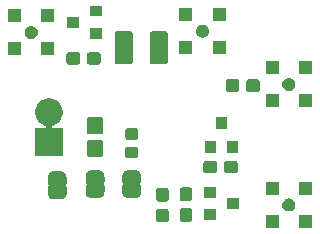
<source format=gts>
G04 #@! TF.GenerationSoftware,KiCad,Pcbnew,(5.1.5-0)*
G04 #@! TF.CreationDate,2022-02-21T13:17:38-07:00*
G04 #@! TF.ProjectId,diode_ref,64696f64-655f-4726-9566-2e6b69636164,rev?*
G04 #@! TF.SameCoordinates,Original*
G04 #@! TF.FileFunction,Soldermask,Top*
G04 #@! TF.FilePolarity,Negative*
%FSLAX46Y46*%
G04 Gerber Fmt 4.6, Leading zero omitted, Abs format (unit mm)*
G04 Created by KiCad (PCBNEW (5.1.5-0)) date 2022-02-21 13:17:38*
%MOMM*%
%LPD*%
G04 APERTURE LIST*
%ADD10C,0.100000*%
G04 APERTURE END LIST*
D10*
G36*
X138751000Y-80551000D02*
G01*
X137649000Y-80551000D01*
X137649000Y-79449000D01*
X138751000Y-79449000D01*
X138751000Y-80551000D01*
G37*
G36*
X135951000Y-80551000D02*
G01*
X134849000Y-80551000D01*
X134849000Y-79449000D01*
X135951000Y-79449000D01*
X135951000Y-80551000D01*
G37*
G36*
X126464499Y-78928445D02*
G01*
X126501995Y-78939820D01*
X126536554Y-78958292D01*
X126566847Y-78983153D01*
X126591708Y-79013446D01*
X126610180Y-79048005D01*
X126621555Y-79085501D01*
X126626000Y-79130638D01*
X126626000Y-79869362D01*
X126621555Y-79914499D01*
X126610180Y-79951995D01*
X126591708Y-79986554D01*
X126566847Y-80016847D01*
X126536554Y-80041708D01*
X126501995Y-80060180D01*
X126464499Y-80071555D01*
X126419362Y-80076000D01*
X125780638Y-80076000D01*
X125735501Y-80071555D01*
X125698005Y-80060180D01*
X125663446Y-80041708D01*
X125633153Y-80016847D01*
X125608292Y-79986554D01*
X125589820Y-79951995D01*
X125578445Y-79914499D01*
X125574000Y-79869362D01*
X125574000Y-79130638D01*
X125578445Y-79085501D01*
X125589820Y-79048005D01*
X125608292Y-79013446D01*
X125633153Y-78983153D01*
X125663446Y-78958292D01*
X125698005Y-78939820D01*
X125735501Y-78928445D01*
X125780638Y-78924000D01*
X126419362Y-78924000D01*
X126464499Y-78928445D01*
G37*
G36*
X128464499Y-78878445D02*
G01*
X128501995Y-78889820D01*
X128536554Y-78908292D01*
X128566847Y-78933153D01*
X128591708Y-78963446D01*
X128610180Y-78998005D01*
X128621555Y-79035501D01*
X128626000Y-79080638D01*
X128626000Y-79819362D01*
X128621555Y-79864499D01*
X128610180Y-79901995D01*
X128591708Y-79936554D01*
X128566847Y-79966847D01*
X128536554Y-79991708D01*
X128501995Y-80010180D01*
X128464499Y-80021555D01*
X128419362Y-80026000D01*
X127780638Y-80026000D01*
X127735501Y-80021555D01*
X127698005Y-80010180D01*
X127663446Y-79991708D01*
X127633153Y-79966847D01*
X127608292Y-79936554D01*
X127589820Y-79901995D01*
X127578445Y-79864499D01*
X127574000Y-79819362D01*
X127574000Y-79080638D01*
X127578445Y-79035501D01*
X127589820Y-78998005D01*
X127608292Y-78963446D01*
X127633153Y-78933153D01*
X127663446Y-78908292D01*
X127698005Y-78889820D01*
X127735501Y-78878445D01*
X127780638Y-78874000D01*
X128419362Y-78874000D01*
X128464499Y-78878445D01*
G37*
G36*
X130601000Y-79901000D02*
G01*
X129599000Y-79901000D01*
X129599000Y-78999000D01*
X130601000Y-78999000D01*
X130601000Y-79901000D01*
G37*
G36*
X136960721Y-78070174D02*
G01*
X137060995Y-78111709D01*
X137105812Y-78141655D01*
X137151242Y-78172010D01*
X137227990Y-78248758D01*
X137242816Y-78270947D01*
X137288291Y-78339005D01*
X137329826Y-78439279D01*
X137351000Y-78545730D01*
X137351000Y-78654270D01*
X137329826Y-78760721D01*
X137288291Y-78860995D01*
X137288290Y-78860996D01*
X137227990Y-78951242D01*
X137151242Y-79027990D01*
X137140001Y-79035501D01*
X137060995Y-79088291D01*
X136960721Y-79129826D01*
X136854270Y-79151000D01*
X136745730Y-79151000D01*
X136639279Y-79129826D01*
X136539005Y-79088291D01*
X136459999Y-79035501D01*
X136448758Y-79027990D01*
X136372010Y-78951242D01*
X136311710Y-78860996D01*
X136311709Y-78860995D01*
X136270174Y-78760721D01*
X136249000Y-78654270D01*
X136249000Y-78545730D01*
X136270174Y-78439279D01*
X136311709Y-78339005D01*
X136357184Y-78270947D01*
X136372010Y-78248758D01*
X136448758Y-78172010D01*
X136494188Y-78141655D01*
X136539005Y-78111709D01*
X136639279Y-78070174D01*
X136745730Y-78049000D01*
X136854270Y-78049000D01*
X136960721Y-78070174D01*
G37*
G36*
X132601000Y-78951000D02*
G01*
X131599000Y-78951000D01*
X131599000Y-78049000D01*
X132601000Y-78049000D01*
X132601000Y-78951000D01*
G37*
G36*
X126464499Y-77178445D02*
G01*
X126501995Y-77189820D01*
X126536554Y-77208292D01*
X126566847Y-77233153D01*
X126591708Y-77263446D01*
X126610180Y-77298005D01*
X126621555Y-77335501D01*
X126626000Y-77380638D01*
X126626000Y-78119362D01*
X126621555Y-78164499D01*
X126610180Y-78201995D01*
X126591708Y-78236554D01*
X126566847Y-78266847D01*
X126536554Y-78291708D01*
X126501995Y-78310180D01*
X126464499Y-78321555D01*
X126419362Y-78326000D01*
X125780638Y-78326000D01*
X125735501Y-78321555D01*
X125698005Y-78310180D01*
X125663446Y-78291708D01*
X125633153Y-78266847D01*
X125608292Y-78236554D01*
X125589820Y-78201995D01*
X125578445Y-78164499D01*
X125574000Y-78119362D01*
X125574000Y-77380638D01*
X125578445Y-77335501D01*
X125589820Y-77298005D01*
X125608292Y-77263446D01*
X125633153Y-77233153D01*
X125663446Y-77208292D01*
X125698005Y-77189820D01*
X125735501Y-77178445D01*
X125780638Y-77174000D01*
X126419362Y-77174000D01*
X126464499Y-77178445D01*
G37*
G36*
X128464499Y-77128445D02*
G01*
X128501995Y-77139820D01*
X128536554Y-77158292D01*
X128566847Y-77183153D01*
X128591708Y-77213446D01*
X128610180Y-77248005D01*
X128621555Y-77285501D01*
X128626000Y-77330638D01*
X128626000Y-78069362D01*
X128621555Y-78114499D01*
X128610180Y-78151995D01*
X128591708Y-78186554D01*
X128566847Y-78216847D01*
X128536554Y-78241708D01*
X128501995Y-78260180D01*
X128464499Y-78271555D01*
X128419362Y-78276000D01*
X127780638Y-78276000D01*
X127735501Y-78271555D01*
X127698005Y-78260180D01*
X127663446Y-78241708D01*
X127633153Y-78216847D01*
X127608292Y-78186554D01*
X127589820Y-78151995D01*
X127578445Y-78114499D01*
X127574000Y-78069362D01*
X127574000Y-77330638D01*
X127578445Y-77285501D01*
X127589820Y-77248005D01*
X127608292Y-77213446D01*
X127633153Y-77183153D01*
X127663446Y-77158292D01*
X127698005Y-77139820D01*
X127735501Y-77128445D01*
X127780638Y-77124000D01*
X128419362Y-77124000D01*
X128464499Y-77128445D01*
G37*
G36*
X117462199Y-75749954D02*
G01*
X117474450Y-75750556D01*
X117492869Y-75750556D01*
X117515149Y-75752750D01*
X117599233Y-75769476D01*
X117620660Y-75775976D01*
X117699858Y-75808780D01*
X117705303Y-75811691D01*
X117705309Y-75811693D01*
X117714169Y-75816429D01*
X117714173Y-75816432D01*
X117719614Y-75819340D01*
X117790899Y-75866971D01*
X117808204Y-75881172D01*
X117868828Y-75941796D01*
X117883029Y-75959101D01*
X117930660Y-76030386D01*
X117933568Y-76035827D01*
X117933571Y-76035831D01*
X117938307Y-76044691D01*
X117938309Y-76044697D01*
X117941220Y-76050142D01*
X117974024Y-76129340D01*
X117980524Y-76150767D01*
X117997250Y-76234851D01*
X117999444Y-76257131D01*
X117999444Y-76275550D01*
X118000046Y-76287801D01*
X118001852Y-76306139D01*
X118001852Y-76793860D01*
X118000263Y-76809999D01*
X117997348Y-76819608D01*
X117992610Y-76828472D01*
X117986237Y-76836237D01*
X117973794Y-76846448D01*
X117963425Y-76853378D01*
X117946098Y-76870705D01*
X117932485Y-76891080D01*
X117923109Y-76913720D01*
X117918329Y-76937753D01*
X117918330Y-76962257D01*
X117923112Y-76986290D01*
X117932490Y-77008929D01*
X117946105Y-77029302D01*
X117963432Y-77046629D01*
X117973802Y-77053558D01*
X117986237Y-77063763D01*
X117992610Y-77071528D01*
X117997348Y-77080392D01*
X118000263Y-77090001D01*
X118001852Y-77106140D01*
X118001852Y-77593862D01*
X118000046Y-77612199D01*
X117999444Y-77624450D01*
X117999444Y-77642869D01*
X117997250Y-77665149D01*
X117980524Y-77749233D01*
X117974024Y-77770660D01*
X117941220Y-77849858D01*
X117938309Y-77855303D01*
X117938307Y-77855309D01*
X117933571Y-77864169D01*
X117933568Y-77864173D01*
X117930660Y-77869614D01*
X117883029Y-77940899D01*
X117868828Y-77958204D01*
X117808204Y-78018828D01*
X117790899Y-78033029D01*
X117719614Y-78080660D01*
X117714173Y-78083568D01*
X117714169Y-78083571D01*
X117705309Y-78088307D01*
X117705303Y-78088309D01*
X117699858Y-78091220D01*
X117620660Y-78124024D01*
X117599233Y-78130524D01*
X117515149Y-78147250D01*
X117492869Y-78149444D01*
X117474450Y-78149444D01*
X117462199Y-78150046D01*
X117443862Y-78151852D01*
X116956138Y-78151852D01*
X116937801Y-78150046D01*
X116925550Y-78149444D01*
X116907131Y-78149444D01*
X116884851Y-78147250D01*
X116800767Y-78130524D01*
X116779340Y-78124024D01*
X116700142Y-78091220D01*
X116694697Y-78088309D01*
X116694691Y-78088307D01*
X116685831Y-78083571D01*
X116685827Y-78083568D01*
X116680386Y-78080660D01*
X116609101Y-78033029D01*
X116591796Y-78018828D01*
X116531172Y-77958204D01*
X116516971Y-77940899D01*
X116469340Y-77869614D01*
X116466432Y-77864173D01*
X116466429Y-77864169D01*
X116461693Y-77855309D01*
X116461691Y-77855303D01*
X116458780Y-77849858D01*
X116425976Y-77770660D01*
X116419476Y-77749233D01*
X116402750Y-77665149D01*
X116400556Y-77642869D01*
X116400556Y-77624450D01*
X116399954Y-77612199D01*
X116398148Y-77593862D01*
X116398148Y-77106140D01*
X116399737Y-77090001D01*
X116402652Y-77080392D01*
X116407390Y-77071528D01*
X116413763Y-77063763D01*
X116426206Y-77053552D01*
X116436575Y-77046622D01*
X116453902Y-77029295D01*
X116467515Y-77008920D01*
X116476891Y-76986280D01*
X116481671Y-76962247D01*
X116481670Y-76937743D01*
X116476888Y-76913710D01*
X116467510Y-76891071D01*
X116453895Y-76870698D01*
X116436568Y-76853371D01*
X116426198Y-76846442D01*
X116413763Y-76836237D01*
X116407390Y-76828472D01*
X116402652Y-76819608D01*
X116399737Y-76809999D01*
X116398148Y-76793860D01*
X116398148Y-76306139D01*
X116399954Y-76287801D01*
X116400556Y-76275550D01*
X116400556Y-76257131D01*
X116402750Y-76234851D01*
X116419476Y-76150767D01*
X116425976Y-76129340D01*
X116458780Y-76050142D01*
X116461691Y-76044697D01*
X116461693Y-76044691D01*
X116466429Y-76035831D01*
X116466432Y-76035827D01*
X116469340Y-76030386D01*
X116516971Y-75959101D01*
X116531172Y-75941796D01*
X116591796Y-75881172D01*
X116609101Y-75866971D01*
X116680386Y-75819340D01*
X116685827Y-75816432D01*
X116685831Y-75816429D01*
X116694691Y-75811693D01*
X116694697Y-75811691D01*
X116700142Y-75808780D01*
X116779340Y-75775976D01*
X116800767Y-75769476D01*
X116884851Y-75752750D01*
X116907131Y-75750556D01*
X116925550Y-75750556D01*
X116937801Y-75749954D01*
X116956139Y-75748148D01*
X117443861Y-75748148D01*
X117462199Y-75749954D01*
G37*
G36*
X123762199Y-75649954D02*
G01*
X123774450Y-75650556D01*
X123792869Y-75650556D01*
X123815149Y-75652750D01*
X123899233Y-75669476D01*
X123920660Y-75675976D01*
X123999858Y-75708780D01*
X124005303Y-75711691D01*
X124005309Y-75711693D01*
X124014169Y-75716429D01*
X124014173Y-75716432D01*
X124019614Y-75719340D01*
X124090899Y-75766971D01*
X124108204Y-75781172D01*
X124168828Y-75841796D01*
X124183029Y-75859101D01*
X124230660Y-75930386D01*
X124233568Y-75935827D01*
X124233571Y-75935831D01*
X124238307Y-75944691D01*
X124238309Y-75944697D01*
X124241220Y-75950142D01*
X124274024Y-76029340D01*
X124280524Y-76050767D01*
X124297250Y-76134851D01*
X124299444Y-76157131D01*
X124299444Y-76175550D01*
X124300046Y-76187801D01*
X124301852Y-76206139D01*
X124301852Y-76693860D01*
X124300263Y-76709999D01*
X124297348Y-76719608D01*
X124292610Y-76728472D01*
X124286237Y-76736237D01*
X124273794Y-76746448D01*
X124263425Y-76753378D01*
X124246098Y-76770705D01*
X124232485Y-76791080D01*
X124223109Y-76813720D01*
X124218329Y-76837753D01*
X124218330Y-76862257D01*
X124223112Y-76886290D01*
X124232490Y-76908929D01*
X124246105Y-76929302D01*
X124263432Y-76946629D01*
X124273802Y-76953558D01*
X124286237Y-76963763D01*
X124292610Y-76971528D01*
X124297348Y-76980392D01*
X124300263Y-76990001D01*
X124301852Y-77006140D01*
X124301852Y-77493862D01*
X124300046Y-77512199D01*
X124299444Y-77524450D01*
X124299444Y-77542869D01*
X124297250Y-77565149D01*
X124280524Y-77649233D01*
X124274024Y-77670660D01*
X124241220Y-77749858D01*
X124238309Y-77755303D01*
X124238307Y-77755309D01*
X124233571Y-77764169D01*
X124233568Y-77764173D01*
X124230660Y-77769614D01*
X124183029Y-77840899D01*
X124168828Y-77858204D01*
X124108204Y-77918828D01*
X124090899Y-77933029D01*
X124019614Y-77980660D01*
X124014173Y-77983568D01*
X124014169Y-77983571D01*
X124005309Y-77988307D01*
X124005303Y-77988309D01*
X123999858Y-77991220D01*
X123920660Y-78024024D01*
X123899233Y-78030524D01*
X123815149Y-78047250D01*
X123792869Y-78049444D01*
X123774450Y-78049444D01*
X123762199Y-78050046D01*
X123743862Y-78051852D01*
X123256138Y-78051852D01*
X123237801Y-78050046D01*
X123225550Y-78049444D01*
X123207131Y-78049444D01*
X123184851Y-78047250D01*
X123100767Y-78030524D01*
X123079340Y-78024024D01*
X123000142Y-77991220D01*
X122994697Y-77988309D01*
X122994691Y-77988307D01*
X122985831Y-77983571D01*
X122985827Y-77983568D01*
X122980386Y-77980660D01*
X122909101Y-77933029D01*
X122891796Y-77918828D01*
X122831172Y-77858204D01*
X122816971Y-77840899D01*
X122769340Y-77769614D01*
X122766432Y-77764173D01*
X122766429Y-77764169D01*
X122761693Y-77755309D01*
X122761691Y-77755303D01*
X122758780Y-77749858D01*
X122725976Y-77670660D01*
X122719476Y-77649233D01*
X122702750Y-77565149D01*
X122700556Y-77542869D01*
X122700556Y-77524450D01*
X122699954Y-77512199D01*
X122698148Y-77493862D01*
X122698148Y-77006140D01*
X122699737Y-76990001D01*
X122702652Y-76980392D01*
X122707390Y-76971528D01*
X122713763Y-76963763D01*
X122726206Y-76953552D01*
X122736575Y-76946622D01*
X122753902Y-76929295D01*
X122767515Y-76908920D01*
X122776891Y-76886280D01*
X122781671Y-76862247D01*
X122781670Y-76837743D01*
X122776888Y-76813710D01*
X122767510Y-76791071D01*
X122753895Y-76770698D01*
X122736568Y-76753371D01*
X122726198Y-76746442D01*
X122713763Y-76736237D01*
X122707390Y-76728472D01*
X122702652Y-76719608D01*
X122699737Y-76709999D01*
X122698148Y-76693860D01*
X122698148Y-76206139D01*
X122699954Y-76187801D01*
X122700556Y-76175550D01*
X122700556Y-76157131D01*
X122702750Y-76134851D01*
X122719476Y-76050767D01*
X122725976Y-76029340D01*
X122758780Y-75950142D01*
X122761691Y-75944697D01*
X122761693Y-75944691D01*
X122766429Y-75935831D01*
X122766432Y-75935827D01*
X122769340Y-75930386D01*
X122816971Y-75859101D01*
X122831172Y-75841796D01*
X122891796Y-75781172D01*
X122909101Y-75766971D01*
X122980386Y-75719340D01*
X122985827Y-75716432D01*
X122985831Y-75716429D01*
X122994691Y-75711693D01*
X122994697Y-75711691D01*
X123000142Y-75708780D01*
X123079340Y-75675976D01*
X123100767Y-75669476D01*
X123184851Y-75652750D01*
X123207131Y-75650556D01*
X123225550Y-75650556D01*
X123237801Y-75649954D01*
X123256139Y-75648148D01*
X123743861Y-75648148D01*
X123762199Y-75649954D01*
G37*
G36*
X120662199Y-75649954D02*
G01*
X120674450Y-75650556D01*
X120692869Y-75650556D01*
X120715149Y-75652750D01*
X120799233Y-75669476D01*
X120820660Y-75675976D01*
X120899858Y-75708780D01*
X120905303Y-75711691D01*
X120905309Y-75711693D01*
X120914169Y-75716429D01*
X120914173Y-75716432D01*
X120919614Y-75719340D01*
X120990899Y-75766971D01*
X121008204Y-75781172D01*
X121068828Y-75841796D01*
X121083029Y-75859101D01*
X121130660Y-75930386D01*
X121133568Y-75935827D01*
X121133571Y-75935831D01*
X121138307Y-75944691D01*
X121138309Y-75944697D01*
X121141220Y-75950142D01*
X121174024Y-76029340D01*
X121180524Y-76050767D01*
X121197250Y-76134851D01*
X121199444Y-76157131D01*
X121199444Y-76175550D01*
X121200046Y-76187801D01*
X121201852Y-76206139D01*
X121201852Y-76693860D01*
X121200263Y-76709999D01*
X121197348Y-76719608D01*
X121192610Y-76728472D01*
X121186237Y-76736237D01*
X121173794Y-76746448D01*
X121163425Y-76753378D01*
X121146098Y-76770705D01*
X121132485Y-76791080D01*
X121123109Y-76813720D01*
X121118329Y-76837753D01*
X121118330Y-76862257D01*
X121123112Y-76886290D01*
X121132490Y-76908929D01*
X121146105Y-76929302D01*
X121163432Y-76946629D01*
X121173802Y-76953558D01*
X121186237Y-76963763D01*
X121192610Y-76971528D01*
X121197348Y-76980392D01*
X121200263Y-76990001D01*
X121201852Y-77006140D01*
X121201852Y-77493862D01*
X121200046Y-77512199D01*
X121199444Y-77524450D01*
X121199444Y-77542869D01*
X121197250Y-77565149D01*
X121180524Y-77649233D01*
X121174024Y-77670660D01*
X121141220Y-77749858D01*
X121138309Y-77755303D01*
X121138307Y-77755309D01*
X121133571Y-77764169D01*
X121133568Y-77764173D01*
X121130660Y-77769614D01*
X121083029Y-77840899D01*
X121068828Y-77858204D01*
X121008204Y-77918828D01*
X120990899Y-77933029D01*
X120919614Y-77980660D01*
X120914173Y-77983568D01*
X120914169Y-77983571D01*
X120905309Y-77988307D01*
X120905303Y-77988309D01*
X120899858Y-77991220D01*
X120820660Y-78024024D01*
X120799233Y-78030524D01*
X120715149Y-78047250D01*
X120692869Y-78049444D01*
X120674450Y-78049444D01*
X120662199Y-78050046D01*
X120643862Y-78051852D01*
X120156138Y-78051852D01*
X120137801Y-78050046D01*
X120125550Y-78049444D01*
X120107131Y-78049444D01*
X120084851Y-78047250D01*
X120000767Y-78030524D01*
X119979340Y-78024024D01*
X119900142Y-77991220D01*
X119894697Y-77988309D01*
X119894691Y-77988307D01*
X119885831Y-77983571D01*
X119885827Y-77983568D01*
X119880386Y-77980660D01*
X119809101Y-77933029D01*
X119791796Y-77918828D01*
X119731172Y-77858204D01*
X119716971Y-77840899D01*
X119669340Y-77769614D01*
X119666432Y-77764173D01*
X119666429Y-77764169D01*
X119661693Y-77755309D01*
X119661691Y-77755303D01*
X119658780Y-77749858D01*
X119625976Y-77670660D01*
X119619476Y-77649233D01*
X119602750Y-77565149D01*
X119600556Y-77542869D01*
X119600556Y-77524450D01*
X119599954Y-77512199D01*
X119598148Y-77493862D01*
X119598148Y-77006140D01*
X119599737Y-76990001D01*
X119602652Y-76980392D01*
X119607390Y-76971528D01*
X119613763Y-76963763D01*
X119626206Y-76953552D01*
X119636575Y-76946622D01*
X119653902Y-76929295D01*
X119667515Y-76908920D01*
X119676891Y-76886280D01*
X119681671Y-76862247D01*
X119681670Y-76837743D01*
X119676888Y-76813710D01*
X119667510Y-76791071D01*
X119653895Y-76770698D01*
X119636568Y-76753371D01*
X119626198Y-76746442D01*
X119613763Y-76736237D01*
X119607390Y-76728472D01*
X119602652Y-76719608D01*
X119599737Y-76709999D01*
X119598148Y-76693860D01*
X119598148Y-76206139D01*
X119599954Y-76187801D01*
X119600556Y-76175550D01*
X119600556Y-76157131D01*
X119602750Y-76134851D01*
X119619476Y-76050767D01*
X119625976Y-76029340D01*
X119658780Y-75950142D01*
X119661691Y-75944697D01*
X119661693Y-75944691D01*
X119666429Y-75935831D01*
X119666432Y-75935827D01*
X119669340Y-75930386D01*
X119716971Y-75859101D01*
X119731172Y-75841796D01*
X119791796Y-75781172D01*
X119809101Y-75766971D01*
X119880386Y-75719340D01*
X119885827Y-75716432D01*
X119885831Y-75716429D01*
X119894691Y-75711693D01*
X119894697Y-75711691D01*
X119900142Y-75708780D01*
X119979340Y-75675976D01*
X120000767Y-75669476D01*
X120084851Y-75652750D01*
X120107131Y-75650556D01*
X120125550Y-75650556D01*
X120137801Y-75649954D01*
X120156139Y-75648148D01*
X120643861Y-75648148D01*
X120662199Y-75649954D01*
G37*
G36*
X130601000Y-78001000D02*
G01*
X129599000Y-78001000D01*
X129599000Y-77099000D01*
X130601000Y-77099000D01*
X130601000Y-78001000D01*
G37*
G36*
X135951000Y-77751000D02*
G01*
X134849000Y-77751000D01*
X134849000Y-76649000D01*
X135951000Y-76649000D01*
X135951000Y-77751000D01*
G37*
G36*
X138751000Y-77751000D02*
G01*
X137649000Y-77751000D01*
X137649000Y-76649000D01*
X138751000Y-76649000D01*
X138751000Y-77751000D01*
G37*
G36*
X132314499Y-74878445D02*
G01*
X132351995Y-74889820D01*
X132386554Y-74908292D01*
X132416847Y-74933153D01*
X132441708Y-74963446D01*
X132460180Y-74998005D01*
X132471555Y-75035501D01*
X132476000Y-75080638D01*
X132476000Y-75719362D01*
X132471555Y-75764499D01*
X132460180Y-75801995D01*
X132441708Y-75836554D01*
X132416847Y-75866847D01*
X132386554Y-75891708D01*
X132351995Y-75910180D01*
X132314499Y-75921555D01*
X132269362Y-75926000D01*
X131530638Y-75926000D01*
X131485501Y-75921555D01*
X131448005Y-75910180D01*
X131413446Y-75891708D01*
X131383153Y-75866847D01*
X131358292Y-75836554D01*
X131339820Y-75801995D01*
X131328445Y-75764499D01*
X131324000Y-75719362D01*
X131324000Y-75080638D01*
X131328445Y-75035501D01*
X131339820Y-74998005D01*
X131358292Y-74963446D01*
X131383153Y-74933153D01*
X131413446Y-74908292D01*
X131448005Y-74889820D01*
X131485501Y-74878445D01*
X131530638Y-74874000D01*
X132269362Y-74874000D01*
X132314499Y-74878445D01*
G37*
G36*
X130564499Y-74878445D02*
G01*
X130601995Y-74889820D01*
X130636554Y-74908292D01*
X130666847Y-74933153D01*
X130691708Y-74963446D01*
X130710180Y-74998005D01*
X130721555Y-75035501D01*
X130726000Y-75080638D01*
X130726000Y-75719362D01*
X130721555Y-75764499D01*
X130710180Y-75801995D01*
X130691708Y-75836554D01*
X130666847Y-75866847D01*
X130636554Y-75891708D01*
X130601995Y-75910180D01*
X130564499Y-75921555D01*
X130519362Y-75926000D01*
X129780638Y-75926000D01*
X129735501Y-75921555D01*
X129698005Y-75910180D01*
X129663446Y-75891708D01*
X129633153Y-75866847D01*
X129608292Y-75836554D01*
X129589820Y-75801995D01*
X129578445Y-75764499D01*
X129574000Y-75719362D01*
X129574000Y-75080638D01*
X129578445Y-75035501D01*
X129589820Y-74998005D01*
X129608292Y-74963446D01*
X129633153Y-74933153D01*
X129663446Y-74908292D01*
X129698005Y-74889820D01*
X129735501Y-74878445D01*
X129780638Y-74874000D01*
X130519362Y-74874000D01*
X130564499Y-74878445D01*
G37*
G36*
X123879591Y-73690585D02*
G01*
X123913569Y-73700893D01*
X123944890Y-73717634D01*
X123972339Y-73740161D01*
X123994866Y-73767610D01*
X124011607Y-73798931D01*
X124021915Y-73832909D01*
X124026000Y-73874390D01*
X124026000Y-74475610D01*
X124021915Y-74517091D01*
X124011607Y-74551069D01*
X123994866Y-74582390D01*
X123972339Y-74609839D01*
X123944890Y-74632366D01*
X123913569Y-74649107D01*
X123879591Y-74659415D01*
X123838110Y-74663500D01*
X123161890Y-74663500D01*
X123120409Y-74659415D01*
X123086431Y-74649107D01*
X123055110Y-74632366D01*
X123027661Y-74609839D01*
X123005134Y-74582390D01*
X122988393Y-74551069D01*
X122978085Y-74517091D01*
X122974000Y-74475610D01*
X122974000Y-73874390D01*
X122978085Y-73832909D01*
X122988393Y-73798931D01*
X123005134Y-73767610D01*
X123027661Y-73740161D01*
X123055110Y-73717634D01*
X123086431Y-73700893D01*
X123120409Y-73690585D01*
X123161890Y-73686500D01*
X123838110Y-73686500D01*
X123879591Y-73690585D01*
G37*
G36*
X120945781Y-73115795D02*
G01*
X120981816Y-73126727D01*
X121015024Y-73144477D01*
X121044134Y-73168366D01*
X121068023Y-73197476D01*
X121085773Y-73230684D01*
X121096705Y-73266719D01*
X121101000Y-73310331D01*
X121101000Y-74339669D01*
X121096705Y-74383281D01*
X121085773Y-74419316D01*
X121068023Y-74452524D01*
X121044134Y-74481634D01*
X121015024Y-74505523D01*
X120981816Y-74523273D01*
X120945781Y-74534205D01*
X120902169Y-74538500D01*
X119897831Y-74538500D01*
X119854219Y-74534205D01*
X119818184Y-74523273D01*
X119784976Y-74505523D01*
X119755866Y-74481634D01*
X119731977Y-74452524D01*
X119714227Y-74419316D01*
X119703295Y-74383281D01*
X119699000Y-74339669D01*
X119699000Y-73310331D01*
X119703295Y-73266719D01*
X119714227Y-73230684D01*
X119731977Y-73197476D01*
X119755866Y-73168366D01*
X119784976Y-73144477D01*
X119818184Y-73126727D01*
X119854219Y-73115795D01*
X119897831Y-73111500D01*
X120902169Y-73111500D01*
X120945781Y-73115795D01*
G37*
G36*
X116841568Y-69634000D02*
G01*
X117054675Y-69722272D01*
X117054677Y-69722273D01*
X117246469Y-69850425D01*
X117409575Y-70013531D01*
X117409576Y-70013533D01*
X117537728Y-70205325D01*
X117626000Y-70418432D01*
X117671000Y-70644665D01*
X117671000Y-70875335D01*
X117626000Y-71101568D01*
X117537728Y-71314675D01*
X117537727Y-71314677D01*
X117409575Y-71506469D01*
X117246469Y-71669575D01*
X117054677Y-71797727D01*
X117054676Y-71797728D01*
X117054675Y-71797728D01*
X116835491Y-71888517D01*
X116813880Y-71900068D01*
X116794938Y-71915613D01*
X116779393Y-71934555D01*
X116767842Y-71956166D01*
X116760729Y-71979615D01*
X116758327Y-72004001D01*
X116760729Y-72028387D01*
X116767842Y-72051836D01*
X116779393Y-72073447D01*
X116794938Y-72092389D01*
X116813880Y-72107934D01*
X116835491Y-72119485D01*
X116858940Y-72126598D01*
X116883326Y-72129000D01*
X117671000Y-72129000D01*
X117671000Y-74471000D01*
X115329000Y-74471000D01*
X115329000Y-72129000D01*
X116116674Y-72129000D01*
X116141060Y-72126598D01*
X116164509Y-72119485D01*
X116186120Y-72107934D01*
X116205062Y-72092389D01*
X116220607Y-72073447D01*
X116232158Y-72051836D01*
X116239271Y-72028387D01*
X116241673Y-72004001D01*
X116239271Y-71979615D01*
X116232158Y-71956166D01*
X116220607Y-71934555D01*
X116205062Y-71915613D01*
X116186120Y-71900068D01*
X116164509Y-71888517D01*
X115945325Y-71797728D01*
X115945324Y-71797728D01*
X115945323Y-71797727D01*
X115753531Y-71669575D01*
X115590425Y-71506469D01*
X115462273Y-71314677D01*
X115462272Y-71314675D01*
X115374000Y-71101568D01*
X115329000Y-70875335D01*
X115329000Y-70644665D01*
X115374000Y-70418432D01*
X115462272Y-70205325D01*
X115590424Y-70013533D01*
X115590425Y-70013531D01*
X115753531Y-69850425D01*
X115945323Y-69722273D01*
X115945325Y-69722272D01*
X116158432Y-69634000D01*
X116384665Y-69589000D01*
X116615335Y-69589000D01*
X116841568Y-69634000D01*
G37*
G36*
X132501000Y-74201000D02*
G01*
X131599000Y-74201000D01*
X131599000Y-73199000D01*
X132501000Y-73199000D01*
X132501000Y-74201000D01*
G37*
G36*
X130601000Y-74201000D02*
G01*
X129699000Y-74201000D01*
X129699000Y-73199000D01*
X130601000Y-73199000D01*
X130601000Y-74201000D01*
G37*
G36*
X123879591Y-72115585D02*
G01*
X123913569Y-72125893D01*
X123944890Y-72142634D01*
X123972339Y-72165161D01*
X123994866Y-72192610D01*
X124011607Y-72223931D01*
X124021915Y-72257909D01*
X124026000Y-72299390D01*
X124026000Y-72900610D01*
X124021915Y-72942091D01*
X124011607Y-72976069D01*
X123994866Y-73007390D01*
X123972339Y-73034839D01*
X123944890Y-73057366D01*
X123913569Y-73074107D01*
X123879591Y-73084415D01*
X123838110Y-73088500D01*
X123161890Y-73088500D01*
X123120409Y-73084415D01*
X123086431Y-73074107D01*
X123055110Y-73057366D01*
X123027661Y-73034839D01*
X123005134Y-73007390D01*
X122988393Y-72976069D01*
X122978085Y-72942091D01*
X122974000Y-72900610D01*
X122974000Y-72299390D01*
X122978085Y-72257909D01*
X122988393Y-72223931D01*
X123005134Y-72192610D01*
X123027661Y-72165161D01*
X123055110Y-72142634D01*
X123086431Y-72125893D01*
X123120409Y-72115585D01*
X123161890Y-72111500D01*
X123838110Y-72111500D01*
X123879591Y-72115585D01*
G37*
G36*
X120945781Y-71190795D02*
G01*
X120981816Y-71201727D01*
X121015024Y-71219477D01*
X121044134Y-71243366D01*
X121068023Y-71272476D01*
X121085773Y-71305684D01*
X121096705Y-71341719D01*
X121101000Y-71385331D01*
X121101000Y-72414669D01*
X121096705Y-72458281D01*
X121085773Y-72494316D01*
X121068023Y-72527524D01*
X121044134Y-72556634D01*
X121015024Y-72580523D01*
X120981816Y-72598273D01*
X120945781Y-72609205D01*
X120902169Y-72613500D01*
X119897831Y-72613500D01*
X119854219Y-72609205D01*
X119818184Y-72598273D01*
X119784976Y-72580523D01*
X119755866Y-72556634D01*
X119731977Y-72527524D01*
X119714227Y-72494316D01*
X119703295Y-72458281D01*
X119699000Y-72414669D01*
X119699000Y-71385331D01*
X119703295Y-71341719D01*
X119714227Y-71305684D01*
X119731977Y-71272476D01*
X119755866Y-71243366D01*
X119784976Y-71219477D01*
X119818184Y-71201727D01*
X119854219Y-71190795D01*
X119897831Y-71186500D01*
X120902169Y-71186500D01*
X120945781Y-71190795D01*
G37*
G36*
X131551000Y-72201000D02*
G01*
X130649000Y-72201000D01*
X130649000Y-71199000D01*
X131551000Y-71199000D01*
X131551000Y-72201000D01*
G37*
G36*
X138751000Y-70351000D02*
G01*
X137649000Y-70351000D01*
X137649000Y-69249000D01*
X138751000Y-69249000D01*
X138751000Y-70351000D01*
G37*
G36*
X135951000Y-70351000D02*
G01*
X134849000Y-70351000D01*
X134849000Y-69249000D01*
X135951000Y-69249000D01*
X135951000Y-70351000D01*
G37*
G36*
X134189499Y-67978445D02*
G01*
X134226995Y-67989820D01*
X134261554Y-68008292D01*
X134291847Y-68033153D01*
X134316708Y-68063446D01*
X134335180Y-68098005D01*
X134346555Y-68135501D01*
X134351000Y-68180638D01*
X134351000Y-68819362D01*
X134346555Y-68864499D01*
X134335180Y-68901995D01*
X134316708Y-68936554D01*
X134291847Y-68966847D01*
X134261554Y-68991708D01*
X134226995Y-69010180D01*
X134189499Y-69021555D01*
X134144362Y-69026000D01*
X133405638Y-69026000D01*
X133360501Y-69021555D01*
X133323005Y-69010180D01*
X133288446Y-68991708D01*
X133258153Y-68966847D01*
X133233292Y-68936554D01*
X133214820Y-68901995D01*
X133203445Y-68864499D01*
X133199000Y-68819362D01*
X133199000Y-68180638D01*
X133203445Y-68135501D01*
X133214820Y-68098005D01*
X133233292Y-68063446D01*
X133258153Y-68033153D01*
X133288446Y-68008292D01*
X133323005Y-67989820D01*
X133360501Y-67978445D01*
X133405638Y-67974000D01*
X134144362Y-67974000D01*
X134189499Y-67978445D01*
G37*
G36*
X132439499Y-67978445D02*
G01*
X132476995Y-67989820D01*
X132511554Y-68008292D01*
X132541847Y-68033153D01*
X132566708Y-68063446D01*
X132585180Y-68098005D01*
X132596555Y-68135501D01*
X132601000Y-68180638D01*
X132601000Y-68819362D01*
X132596555Y-68864499D01*
X132585180Y-68901995D01*
X132566708Y-68936554D01*
X132541847Y-68966847D01*
X132511554Y-68991708D01*
X132476995Y-69010180D01*
X132439499Y-69021555D01*
X132394362Y-69026000D01*
X131655638Y-69026000D01*
X131610501Y-69021555D01*
X131573005Y-69010180D01*
X131538446Y-68991708D01*
X131508153Y-68966847D01*
X131483292Y-68936554D01*
X131464820Y-68901995D01*
X131453445Y-68864499D01*
X131449000Y-68819362D01*
X131449000Y-68180638D01*
X131453445Y-68135501D01*
X131464820Y-68098005D01*
X131483292Y-68063446D01*
X131508153Y-68033153D01*
X131538446Y-68008292D01*
X131573005Y-67989820D01*
X131610501Y-67978445D01*
X131655638Y-67974000D01*
X132394362Y-67974000D01*
X132439499Y-67978445D01*
G37*
G36*
X136960721Y-67870174D02*
G01*
X137060995Y-67911709D01*
X137060996Y-67911710D01*
X137151242Y-67972010D01*
X137227990Y-68048758D01*
X137237804Y-68063446D01*
X137288291Y-68139005D01*
X137329826Y-68239279D01*
X137351000Y-68345730D01*
X137351000Y-68454270D01*
X137329826Y-68560721D01*
X137288291Y-68660995D01*
X137288290Y-68660996D01*
X137227990Y-68751242D01*
X137151242Y-68827990D01*
X137105812Y-68858345D01*
X137060995Y-68888291D01*
X136960721Y-68929826D01*
X136854270Y-68951000D01*
X136745730Y-68951000D01*
X136639279Y-68929826D01*
X136539005Y-68888291D01*
X136494188Y-68858345D01*
X136448758Y-68827990D01*
X136372010Y-68751242D01*
X136311710Y-68660996D01*
X136311709Y-68660995D01*
X136270174Y-68560721D01*
X136249000Y-68454270D01*
X136249000Y-68345730D01*
X136270174Y-68239279D01*
X136311709Y-68139005D01*
X136362196Y-68063446D01*
X136372010Y-68048758D01*
X136448758Y-67972010D01*
X136539004Y-67911710D01*
X136539005Y-67911709D01*
X136639279Y-67870174D01*
X136745730Y-67849000D01*
X136854270Y-67849000D01*
X136960721Y-67870174D01*
G37*
G36*
X138751000Y-67551000D02*
G01*
X137649000Y-67551000D01*
X137649000Y-66449000D01*
X138751000Y-66449000D01*
X138751000Y-67551000D01*
G37*
G36*
X135951000Y-67551000D02*
G01*
X134849000Y-67551000D01*
X134849000Y-66449000D01*
X135951000Y-66449000D01*
X135951000Y-67551000D01*
G37*
G36*
X118964499Y-65678445D02*
G01*
X119001995Y-65689820D01*
X119036554Y-65708292D01*
X119066847Y-65733153D01*
X119091708Y-65763446D01*
X119110180Y-65798005D01*
X119121555Y-65835501D01*
X119126000Y-65880638D01*
X119126000Y-66519362D01*
X119121555Y-66564499D01*
X119110180Y-66601995D01*
X119091708Y-66636554D01*
X119066847Y-66666847D01*
X119036554Y-66691708D01*
X119001995Y-66710180D01*
X118964499Y-66721555D01*
X118919362Y-66726000D01*
X118180638Y-66726000D01*
X118135501Y-66721555D01*
X118098005Y-66710180D01*
X118063446Y-66691708D01*
X118033153Y-66666847D01*
X118008292Y-66636554D01*
X117989820Y-66601995D01*
X117978445Y-66564499D01*
X117974000Y-66519362D01*
X117974000Y-65880638D01*
X117978445Y-65835501D01*
X117989820Y-65798005D01*
X118008292Y-65763446D01*
X118033153Y-65733153D01*
X118063446Y-65708292D01*
X118098005Y-65689820D01*
X118135501Y-65678445D01*
X118180638Y-65674000D01*
X118919362Y-65674000D01*
X118964499Y-65678445D01*
G37*
G36*
X120714499Y-65678445D02*
G01*
X120751995Y-65689820D01*
X120786554Y-65708292D01*
X120816847Y-65733153D01*
X120841708Y-65763446D01*
X120860180Y-65798005D01*
X120871555Y-65835501D01*
X120876000Y-65880638D01*
X120876000Y-66519362D01*
X120871555Y-66564499D01*
X120860180Y-66601995D01*
X120841708Y-66636554D01*
X120816847Y-66666847D01*
X120786554Y-66691708D01*
X120751995Y-66710180D01*
X120714499Y-66721555D01*
X120669362Y-66726000D01*
X119930638Y-66726000D01*
X119885501Y-66721555D01*
X119848005Y-66710180D01*
X119813446Y-66691708D01*
X119783153Y-66666847D01*
X119758292Y-66636554D01*
X119739820Y-66601995D01*
X119728445Y-66564499D01*
X119724000Y-66519362D01*
X119724000Y-65880638D01*
X119728445Y-65835501D01*
X119739820Y-65798005D01*
X119758292Y-65763446D01*
X119783153Y-65733153D01*
X119813446Y-65708292D01*
X119848005Y-65689820D01*
X119885501Y-65678445D01*
X119930638Y-65674000D01*
X120669362Y-65674000D01*
X120714499Y-65678445D01*
G37*
G36*
X126413062Y-63928181D02*
G01*
X126447981Y-63938774D01*
X126480163Y-63955976D01*
X126508373Y-63979127D01*
X126531524Y-64007337D01*
X126548726Y-64039519D01*
X126559319Y-64074438D01*
X126563500Y-64116895D01*
X126563500Y-66483105D01*
X126559319Y-66525562D01*
X126548726Y-66560481D01*
X126531524Y-66592663D01*
X126508373Y-66620873D01*
X126480163Y-66644024D01*
X126447981Y-66661226D01*
X126413062Y-66671819D01*
X126370605Y-66676000D01*
X125229395Y-66676000D01*
X125186938Y-66671819D01*
X125152019Y-66661226D01*
X125119837Y-66644024D01*
X125091627Y-66620873D01*
X125068476Y-66592663D01*
X125051274Y-66560481D01*
X125040681Y-66525562D01*
X125036500Y-66483105D01*
X125036500Y-64116895D01*
X125040681Y-64074438D01*
X125051274Y-64039519D01*
X125068476Y-64007337D01*
X125091627Y-63979127D01*
X125119837Y-63955976D01*
X125152019Y-63938774D01*
X125186938Y-63928181D01*
X125229395Y-63924000D01*
X126370605Y-63924000D01*
X126413062Y-63928181D01*
G37*
G36*
X123438062Y-63928181D02*
G01*
X123472981Y-63938774D01*
X123505163Y-63955976D01*
X123533373Y-63979127D01*
X123556524Y-64007337D01*
X123573726Y-64039519D01*
X123584319Y-64074438D01*
X123588500Y-64116895D01*
X123588500Y-66483105D01*
X123584319Y-66525562D01*
X123573726Y-66560481D01*
X123556524Y-66592663D01*
X123533373Y-66620873D01*
X123505163Y-66644024D01*
X123472981Y-66661226D01*
X123438062Y-66671819D01*
X123395605Y-66676000D01*
X122254395Y-66676000D01*
X122211938Y-66671819D01*
X122177019Y-66661226D01*
X122144837Y-66644024D01*
X122116627Y-66620873D01*
X122093476Y-66592663D01*
X122076274Y-66560481D01*
X122065681Y-66525562D01*
X122061500Y-66483105D01*
X122061500Y-64116895D01*
X122065681Y-64074438D01*
X122076274Y-64039519D01*
X122093476Y-64007337D01*
X122116627Y-63979127D01*
X122144837Y-63955976D01*
X122177019Y-63938774D01*
X122211938Y-63928181D01*
X122254395Y-63924000D01*
X123395605Y-63924000D01*
X123438062Y-63928181D01*
G37*
G36*
X114151000Y-65951000D02*
G01*
X113049000Y-65951000D01*
X113049000Y-64849000D01*
X114151000Y-64849000D01*
X114151000Y-65951000D01*
G37*
G36*
X116951000Y-65951000D02*
G01*
X115849000Y-65951000D01*
X115849000Y-64849000D01*
X116951000Y-64849000D01*
X116951000Y-65951000D01*
G37*
G36*
X128651000Y-65851000D02*
G01*
X127549000Y-65851000D01*
X127549000Y-64749000D01*
X128651000Y-64749000D01*
X128651000Y-65851000D01*
G37*
G36*
X131451000Y-65851000D02*
G01*
X130349000Y-65851000D01*
X130349000Y-64749000D01*
X131451000Y-64749000D01*
X131451000Y-65851000D01*
G37*
G36*
X121001000Y-64551000D02*
G01*
X119999000Y-64551000D01*
X119999000Y-63649000D01*
X121001000Y-63649000D01*
X121001000Y-64551000D01*
G37*
G36*
X115160721Y-63470174D02*
G01*
X115260995Y-63511709D01*
X115260996Y-63511710D01*
X115351242Y-63572010D01*
X115427990Y-63648758D01*
X115458345Y-63694188D01*
X115488291Y-63739005D01*
X115529826Y-63839279D01*
X115551000Y-63945730D01*
X115551000Y-64054270D01*
X115529826Y-64160721D01*
X115488291Y-64260995D01*
X115488290Y-64260996D01*
X115427990Y-64351242D01*
X115351242Y-64427990D01*
X115348494Y-64429826D01*
X115260995Y-64488291D01*
X115160721Y-64529826D01*
X115054270Y-64551000D01*
X114945730Y-64551000D01*
X114839279Y-64529826D01*
X114739005Y-64488291D01*
X114651506Y-64429826D01*
X114648758Y-64427990D01*
X114572010Y-64351242D01*
X114511710Y-64260996D01*
X114511709Y-64260995D01*
X114470174Y-64160721D01*
X114449000Y-64054270D01*
X114449000Y-63945730D01*
X114470174Y-63839279D01*
X114511709Y-63739005D01*
X114541655Y-63694188D01*
X114572010Y-63648758D01*
X114648758Y-63572010D01*
X114739004Y-63511710D01*
X114739005Y-63511709D01*
X114839279Y-63470174D01*
X114945730Y-63449000D01*
X115054270Y-63449000D01*
X115160721Y-63470174D01*
G37*
G36*
X129660721Y-63370174D02*
G01*
X129760995Y-63411709D01*
X129760996Y-63411710D01*
X129851242Y-63472010D01*
X129927990Y-63548758D01*
X129927991Y-63548760D01*
X129988291Y-63639005D01*
X130029826Y-63739279D01*
X130051000Y-63845730D01*
X130051000Y-63954270D01*
X130029826Y-64060721D01*
X129988291Y-64160995D01*
X129988290Y-64160996D01*
X129927990Y-64251242D01*
X129851242Y-64327990D01*
X129816446Y-64351240D01*
X129760995Y-64388291D01*
X129660721Y-64429826D01*
X129554270Y-64451000D01*
X129445730Y-64451000D01*
X129339279Y-64429826D01*
X129239005Y-64388291D01*
X129183554Y-64351240D01*
X129148758Y-64327990D01*
X129072010Y-64251242D01*
X129011710Y-64160996D01*
X129011709Y-64160995D01*
X128970174Y-64060721D01*
X128949000Y-63954270D01*
X128949000Y-63845730D01*
X128970174Y-63739279D01*
X129011709Y-63639005D01*
X129072009Y-63548760D01*
X129072010Y-63548758D01*
X129148758Y-63472010D01*
X129239004Y-63411710D01*
X129239005Y-63411709D01*
X129339279Y-63370174D01*
X129445730Y-63349000D01*
X129554270Y-63349000D01*
X129660721Y-63370174D01*
G37*
G36*
X119001000Y-63601000D02*
G01*
X117999000Y-63601000D01*
X117999000Y-62699000D01*
X119001000Y-62699000D01*
X119001000Y-63601000D01*
G37*
G36*
X116951000Y-63151000D02*
G01*
X115849000Y-63151000D01*
X115849000Y-62049000D01*
X116951000Y-62049000D01*
X116951000Y-63151000D01*
G37*
G36*
X114151000Y-63151000D02*
G01*
X113049000Y-63151000D01*
X113049000Y-62049000D01*
X114151000Y-62049000D01*
X114151000Y-63151000D01*
G37*
G36*
X131451000Y-63051000D02*
G01*
X130349000Y-63051000D01*
X130349000Y-61949000D01*
X131451000Y-61949000D01*
X131451000Y-63051000D01*
G37*
G36*
X128651000Y-63051000D02*
G01*
X127549000Y-63051000D01*
X127549000Y-61949000D01*
X128651000Y-61949000D01*
X128651000Y-63051000D01*
G37*
G36*
X121001000Y-62651000D02*
G01*
X119999000Y-62651000D01*
X119999000Y-61749000D01*
X121001000Y-61749000D01*
X121001000Y-62651000D01*
G37*
M02*

</source>
